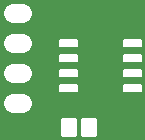
<source format=gts>
G04 EAGLE Gerber RS-274X export*
G75*
%MOMM*%
%FSLAX34Y34*%
%LPD*%
%INSoldermask Top*%
%IPNEG*%
%AMOC8*
5,1,8,0,0,1.08239X$1,22.5*%
G01*
%ADD10C,0.238272*%
%ADD11C,1.625600*%
%ADD12C,0.165000*%


D10*
X74317Y10783D02*
X62683Y10783D01*
X62683Y24417D01*
X74317Y24417D01*
X74317Y10783D01*
X74317Y13047D02*
X62683Y13047D01*
X62683Y15311D02*
X74317Y15311D01*
X74317Y17575D02*
X62683Y17575D01*
X62683Y19839D02*
X74317Y19839D01*
X74317Y22103D02*
X62683Y22103D01*
X62683Y24367D02*
X74317Y24367D01*
X79683Y10783D02*
X91317Y10783D01*
X79683Y10783D02*
X79683Y24417D01*
X91317Y24417D01*
X91317Y10783D01*
X91317Y13047D02*
X79683Y13047D01*
X79683Y15311D02*
X91317Y15311D01*
X91317Y17575D02*
X79683Y17575D01*
X79683Y19839D02*
X91317Y19839D01*
X91317Y22103D02*
X79683Y22103D01*
X79683Y24367D02*
X91317Y24367D01*
D11*
X29210Y114300D02*
X21590Y114300D01*
X21590Y88900D02*
X29210Y88900D01*
X29210Y63500D02*
X21590Y63500D01*
X21590Y38100D02*
X29210Y38100D01*
D12*
X115175Y53275D02*
X129625Y53275D01*
X129625Y48325D01*
X115175Y48325D01*
X115175Y53275D01*
X115175Y49892D02*
X129625Y49892D01*
X129625Y51459D02*
X115175Y51459D01*
X115175Y53026D02*
X129625Y53026D01*
X129625Y65975D02*
X115175Y65975D01*
X129625Y65975D02*
X129625Y61025D01*
X115175Y61025D01*
X115175Y65975D01*
X115175Y62592D02*
X129625Y62592D01*
X129625Y64159D02*
X115175Y64159D01*
X115175Y65726D02*
X129625Y65726D01*
X129625Y78675D02*
X115175Y78675D01*
X129625Y78675D02*
X129625Y73725D01*
X115175Y73725D01*
X115175Y78675D01*
X115175Y75292D02*
X129625Y75292D01*
X129625Y76859D02*
X115175Y76859D01*
X115175Y78426D02*
X129625Y78426D01*
X129625Y91375D02*
X115175Y91375D01*
X129625Y91375D02*
X129625Y86425D01*
X115175Y86425D01*
X115175Y91375D01*
X115175Y87992D02*
X129625Y87992D01*
X129625Y89559D02*
X115175Y89559D01*
X115175Y91126D02*
X129625Y91126D01*
X75625Y53275D02*
X61175Y53275D01*
X75625Y53275D02*
X75625Y48325D01*
X61175Y48325D01*
X61175Y53275D01*
X61175Y49892D02*
X75625Y49892D01*
X75625Y51459D02*
X61175Y51459D01*
X61175Y53026D02*
X75625Y53026D01*
X75625Y65975D02*
X61175Y65975D01*
X75625Y65975D02*
X75625Y61025D01*
X61175Y61025D01*
X61175Y65975D01*
X61175Y62592D02*
X75625Y62592D01*
X75625Y64159D02*
X61175Y64159D01*
X61175Y65726D02*
X75625Y65726D01*
X75625Y78675D02*
X61175Y78675D01*
X75625Y78675D02*
X75625Y73725D01*
X61175Y73725D01*
X61175Y78675D01*
X61175Y75292D02*
X75625Y75292D01*
X75625Y76859D02*
X61175Y76859D01*
X61175Y78426D02*
X75625Y78426D01*
X75625Y91375D02*
X61175Y91375D01*
X75625Y91375D02*
X75625Y86425D01*
X61175Y86425D01*
X61175Y91375D01*
X61175Y87992D02*
X75625Y87992D01*
X75625Y89559D02*
X61175Y89559D01*
X61175Y91126D02*
X75625Y91126D01*
M02*

</source>
